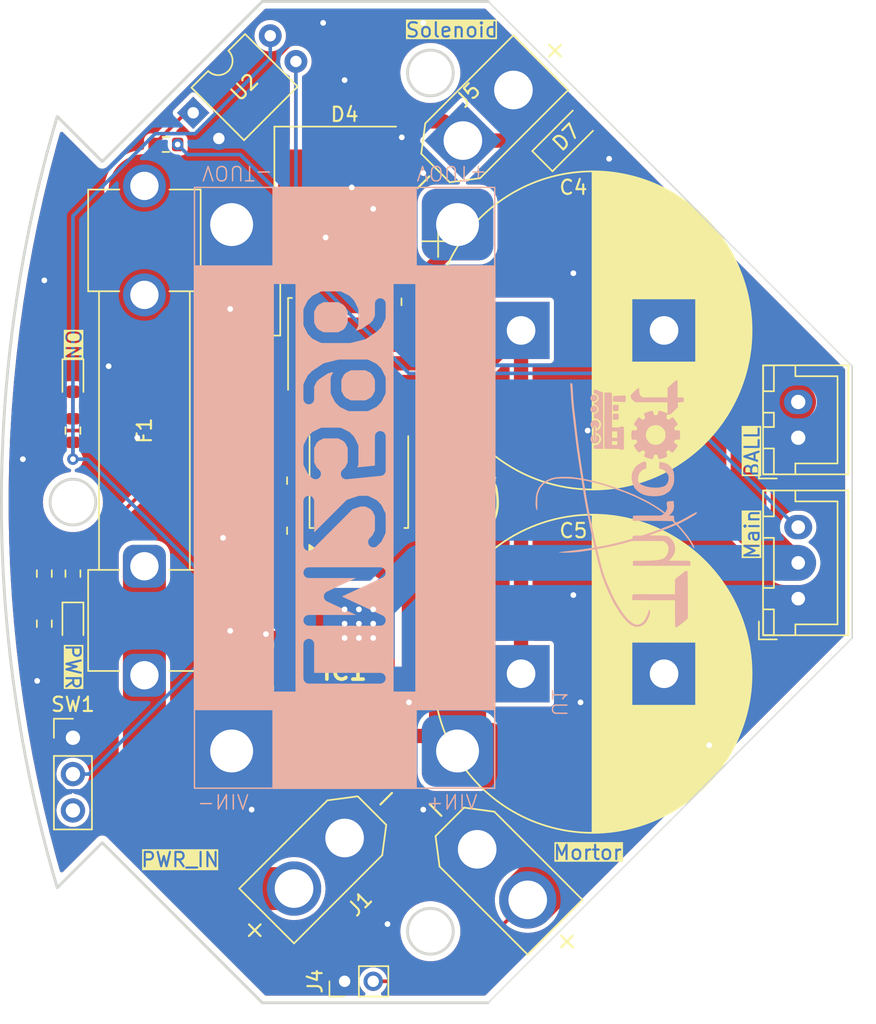
<source format=kicad_pcb>
(kicad_pcb (version 20240108) (generator "pcbnew") (generator_version "8.0")
  (layers (0 "F.Cu" signal) (31 "B.Cu" signal) (34 "B.Paste" user) (35 "F.Paste" user) (36 "B.SilkS" user "B.Silkscreen") (37 "F.SilkS" user "F.Silkscreen") (38 "B.Mask" user) (39 "F.Mask" user) (44 "Edge.Cuts" user))
  (net 0 "")
  (net 1 "VCC")
  (net 2 "-BATT")
  (net 3 "+5V")
  (net 4 "Net-(Q1-G)")
  (net 5 "S_LD")
  (net 6 "Net-(SW1-B)")
  (net 7 "Net-(D1-A)")
  (net 8 "Net-(R4-Pad2)")
  (net 9 "Shot")
  (net 10 "Net-(U1-OUT+)")
  (net 11 "Net-(D2-K)")
  (net 12 "Net-(D4-A)")
  (net 13 "a")
  (net 14 "Net-(D6-A)")
  (net 15 "Net-(D6-K)")
  (net 16 "Net-(D2-A)")
  (net 17 "+BATT")
  (footprint "Connector_JST:JST_XH_B3B-XH-A_1x03_P2.50mm_Vertical" (layer "F.Cu") (at 177.189971 112.114467 90)
    (property "Reference" "J3" (hide yes))
    (property "Value" "Main")
    (pad "1" thru_hole roundrect (at 0 0 90) (size 1.7 1.95) (drill 0.95) (layers "*.Cu" "*.Mask") (roundrect_rratio 0.147059) (net 2 "-BATT"))
    (pad "2" thru_hole oval (at 2.5 0 90) (size 1.7 1.95) (drill 0.95) (layers "*.Cu" "*.Mask") (net 3 "+5V"))
    (pad "3" thru_hole oval (at 5 0 90) (size 1.7 1.95) (drill 0.95) (layers "*.Cu" "*.Mask") (net 9 "Shot"))
  )
  (footprint "Connector_AMASS:AMASS_XT30U-F_1x02_P5.0mm_Vertical" (layer "F.Cu") (at 154.737585 129.637081 -45)
    (property "Reference" "J2" (hide yes))
    (property "Value" "Motor")
    (fp_text user "-" (at -4 0 135) (layer "F.SilkS") (effects (font (size 1.5 1.5))))
    (fp_text user "+" (at 9 0 135) (layer "F.SilkS") (effects (font (size 1.5 1.5))))
    (pad "1" thru_hole rect (at 0 0 315) (size 3.8 3.8) (drill 2.7) (layers "*.Cu" "*.Mask") (net 2 "-BATT"))
    (pad "2" thru_hole circle (at 5 0 315) (size 4 4) (drill 2.7) (layers "*.Cu" "*.Mask") (net 1 "VCC"))
  )
  (footprint "Logo:JLCPCB" (layer "F.Cu") (at 137.964971 103.364467 90)
    (property "Reference" "G***" (hide yes))
    (property "Value" "LOGO" (hide yes))
  )
  (footprint "Package_TO_SOT_SMD:TO-252-2" (layer "F.Cu") (at 146.464971 103.864467 90)
    (property "Reference" "Q1" (hide yes))
    (property "Value" "Q_PMOS_GSD")
    (pad "1" smd roundrect (at -5.04 -2.28 90) (size 2.2 1.2) (layers "F.Cu" "F.Paste" "F.Mask") (roundrect_rratio 0.208333) (net 4 "Net-(Q1-G)"))
    (pad "2" smd roundrect (at -0.415 -1.525 90) (size 3.05 2.75) (layers "F.Cu" "F.Paste") (roundrect_rratio 0.090909) (net 5 "S_LD"))
    (pad "2" smd roundrect (at -0.415 1.525 90) (size 3.05 2.75) (layers "F.Cu" "F.Paste") (roundrect_rratio 0.090909) (net 5 "S_LD"))
    (pad "2" smd roundrect (at 1.26 0 90) (size 6.4 5.8) (layers "F.Cu" "F.Mask") (roundrect_rratio 0.043103) (net 5 "S_LD"))
    (pad "2" smd roundrect (at 2.935 -1.525 90) (size 3.05 2.75) (layers "F.Cu" "F.Paste") (roundrect_rratio 0.090909) (net 5 "S_LD"))
    (pad "2" smd roundrect (at 2.935 1.525 90) (size 3.05 2.75) (layers "F.Cu" "F.Paste") (roundrect_rratio 0.090909) (net 5 "S_LD"))
    (pad "3" smd roundrect (at -5.04 2.28 90) (size 2.2 1.2) (layers "F.Cu" "F.Paste" "F.Mask") (roundrect_rratio 0.208333) (net 1 "VCC"))
  )
  (footprint "Capacitor_SMD:C_0603_1608Metric" (layer "F.Cu") (at 139.964971 118.364467 90)
    (property "Reference" "C2" (hide yes))
    (property "Value" "10uF")
    (pad "1" smd roundrect (at -0.775 0 90) (size 0.9 0.95) (layers "F.Cu" "F.Paste" "F.Mask") (net 1 "VCC"))
    (pad "2" smd roundrect (at 0.775 0 90) (size 0.9 0.95) (layers "F.Cu" "F.Paste" "F.Mask") (net 2 "-BATT"))
  )
  (footprint "Connector_PinHeader_2.00mm:PinHeader_1x02_P2.00mm_Vertical" (layer "F.Cu") (at 145.464971 138.864467 90)
    (property "Reference" "J4" (at 0 -2.06 -90) (layer "F.SilkS"))
    (property "Value" "monitor")
    (pad "1" thru_hole rect (at 0 0 90) (size 1.35 1.35) (drill 0.8) (layers "*.Cu" "*.Mask") (net 2 "-BATT"))
    (pad "2" thru_hole oval (at 0 2 90) (size 1.35 1.35) (drill 0.8) (layers "*.Cu" "*.Mask") (net 1 "VCC"))
  )
  (footprint "Package_DIP:DIP-4_W7.62mm" (layer "F.Cu") (at 134.876404 78.149912 45)
    (property "Reference" "U2" (at 3.8 1.275 45) (layer "F.SilkS"))
    (property "Value" "TLP785")
    (pad "1" thru_hole rect (at 0 0 45) (size 1.6 1.6) (drill 0.8) (layers "*.Cu" "*.Mask") (net 8 "Net-(R4-Pad2)"))
    (pad "2" thru_hole oval (at 0 2.54 45) (size 1.6 1.6) (drill 0.8) (layers "*.Cu" "*.Mask") (net 2 "-BATT"))
    (pad "3" thru_hole oval (at 7.62 2.54 45) (size 1.6 1.6) (drill 0.8) (layers "*.Cu" "*.Mask") (net 13 "a"))
    (pad "4" thru_hole oval (at 7.62 0 45) (size 1.6 1.6) (drill 0.8) (layers "*.Cu" "*.Mask") (net 3 "+5V"))
  )
  (footprint "Logo:Yukuyuku" (layer "F.Cu") (at 153.464971 105.364467 90)
    (property "Reference" "G***" (hide yes))
    (property "Value" "LOGO" (hide yes))
  )
  (footprint "Connector_PinHeader_2.54mm:PinHeader_1x03_P2.54mm_Vertical" (layer "F.Cu") (at 126.464971 121.839467)
    (property "Reference" "SW1" (at 0 -2.33 0) (layer "F.SilkS"))
    (property "Value" "SW_SPDT")
    (pad "1" thru_hole rect (at 0 0) (size 1.7 1.7) (drill 1) (layers "*.Cu" "*.Mask") (net 2 "-BATT"))
    (pad "2" thru_hole oval (at 0 2.54) (size 1.7 1.7) (drill 1) (layers "*.Cu" "*.Mask") (net 6 "Net-(SW1-B)"))
    (pad "3" thru_hole oval (at 0 5.08) (size 1.7 1.7) (drill 1) (layers "*.Cu" "*.Mask"))
  )
  (footprint "Fuse:Fuseholder_Clip-6.3x32mm_Littelfuse_102_122_Inline_P34.21x7.62mm_D1.98mm_Horizontal" (layer "F.Cu") (at 131.464971 117.469467 90)
    (property "Reference" "F1" (at 17.1 0 -90) (layer "F.SilkS"))
    (property "Value" "15A")
    (pad "1" thru_hole roundrect (at 0 0 90) (size 3 3) (drill 1.98) (layers "*.Cu" "*.Mask") (net 17 "+BATT"))
    (pad "1" thru_hole roundrect (at 7.62 0 90) (size 3 3) (drill 1.98) (layers "*.Cu" "*.Mask") (net 17 "+BATT"))
    (pad "2" thru_hole circle (at 26.59 0 90) (size 3 3) (drill 1.98) (layers "*.Cu" "*.Mask") (net 5 "S_LD"))
    (pad "2" thru_hole circle (at 34.21 0 90) (size 3 3) (drill 1.98) (layers "*.Cu" "*.Mask") (net 5 "S_LD"))
  )
  (footprint "Capacitor_THT:CP_Radial_D22.0mm_P10.00mm_SnapIn" (layer "F.Cu") (at 157.80714 117.364467)
    (property "Reference" "C5" (at 3.657831 -10 0) (layer "F.SilkS"))
    (property "Value" "2200uF")
    (pad "1" thru_hole rect (at 0 0) (size 4 4) (drill 2) (layers "*.Cu" "*.Mask") (net 11 "Net-(D2-K)"))
    (pad "2" thru_hole circle (at 10 0) (size 4 4) (drill 2) (layers "*.Cu" "*.Mask") (net 2 "-BATT"))
  )
  (footprint "Resistor_SMD:R_0603_1608Metric" (layer "F.Cu") (at 124.464971 110.364467 90)
    (property "Reference" "R12" (hide yes))
    (property "Value" "20k")
    (pad "1" smd roundrect (at -0.825 0 90) (size 0.8 0.95) (layers "F.Cu" "F.Paste" "F.Mask") (net 14 "Net-(D6-A)"))
    (pad "2" smd roundrect (at 0.825 0 90) (size 0.8 0.95) (layers "F.Cu" "F.Paste" "F.Mask") (net 2 "-BATT"))
  )
  (footprint "Connector_JST:JST_XH_B2B-XH-A_1x02_P2.50mm_Vertical" (layer "F.Cu") (at 177.189971 100.864467 90)
    (property "Reference" "J6" (hide yes))
    (property "Value" "BALL")
    (pad "1" thru_hole roundrect (at 0 0 90) (size 1.7 2) (drill 1) (layers "*.Cu" "*.Mask") (roundrect_rratio 0.147059) (net 2 "-BATT"))
    (pad "2" thru_hole oval (at 2.5 0 90) (size 1.7 2) (drill 1) (layers "*.Cu" "*.Mask") (net 3 "+5V"))
  )
  (footprint "Capacitor_SMD:C_0603_1608Metric" (layer "F.Cu") (at 139.964971 115.364467 -90)
    (property "Reference" "C3" (hide yes))
    (property "Value" "22uF")
    (pad "1" smd roundrect (at -0.775 0 270) (size 0.9 0.95) (layers "F.Cu" "F.Paste" "F.Mask") (net 3 "+5V"))
    (pad "2" smd roundrect (at 0.775 0 270) (size 0.9 0.95) (layers "F.Cu" "F.Paste" "F.Mask") (net 2 "-BATT"))
  )
  (footprint "Resistor_SMD:R_0603_1608Metric" (layer "F.Cu") (at 141.964971 103.864467 90)
    (property "Reference" "R1" (hide yes))
    (property "Value" "10k")
    (pad "1" smd roundrect (at -0.825 0 90) (size 0.8 0.95) (layers "F.Cu" "F.Paste" "F.Mask") (net 4 "Net-(Q1-G)"))
    (pad "2" smd roundrect (at 0.825 0 90) (size 0.8 0.95) (layers "F.Cu" "F.Paste" "F.Mask") (net 5 "S_LD"))
  )
  (footprint "Resistor_SMD:R_0603_1608Metric" (layer "F.Cu") (at 132.964971 80.364467 180)
    (property "Reference" "R4" (hide yes))
    (property "Value" "180")
    (pad "1" smd roundrect (at -0.825 0 180) (size 0.8 0.95) (layers "F.Cu" "F.Paste" "F.Mask") (net 9 "Shot"))
    (pad "2" smd roundrect (at 0.825 0 180) (size 0.8 0.95) (layers "F.Cu" "F.Paste" "F.Mask") (net 8 "Net-(R4-Pad2)"))
  )
  (footprint "Connector_AMASS:AMASS_XT30U-M_1x02_P5.0mm_Vertical" (layer "F.Cu") (at 145.464971 128.846611 -135)
    (property "Reference" "J1" (at 2.5 -4 -135) (layer "F.SilkS"))
    (property "Value" "PWR_IN")
    (fp_text user "+" (at 9 0 -135) (layer "F.SilkS") (effects (font (size 1.5 1.5))))
    (fp_text user "-" (at -4 0 -135) (layer "F.SilkS") (effects (font (size 1.5 1.5))))
    (pad "1" thru_hole rect (at 0 0 225) (size 3.8 3.8) (drill 2.7) (layers "*.Cu" "*.Mask") (net 2 "-BATT"))
    (pad "2" thru_hole circle (at 5 0 225) (size 3.8 3.8) (drill 2.7) (layers "*.Cu" "*.Mask") (net 17 "+BATT"))
  )
  (footprint "Diode_SMD:D_SMC" (layer "F.Cu") (at 145.464971 82.364467)
    (property "Reference" "D4" (at 0 -4.1 0) (layer "F.SilkS"))
    (property "Value" "D_Shockley")
    (pad "1" smd roundrect (at -3.4 0 90) (size 3.3 2.5) (layers "F.Cu" "F.Paste" "F.Mask") (roundrect_rratio 0.1) (net 13 "a"))
    (pad "2" smd roundrect (at 3.4 0 90) (size 3.3 2.5) (layers "F.Cu" "F.Paste" "F.Mask") (roundrect_rratio 0.1) (net 12 "Net-(D4-A)"))
  )
  (footprint "Diode_SMD:D_SOD-123" (layer "F.Cu") (at 160.964971 79.864467 45)
    (property "Reference" "D7" (at 0 0 45) (layer "F.SilkS"))
    (property "Value" "D")
    (pad "1" smd roundrect (at -1.65 0 45) (size 0.9 1.2) (layers "F.Cu" "F.Paste" "F.Mask") (net 16 "Net-(D2-A)"))
    (pad "2" smd roundrect (at 1.65 0 45) (size 0.9 1.2) (layers "F.Cu" "F.Paste" "F.Mask") (net 2 "-BATT"))
  )
  (footprint "Resistor_SMD:R_0603_1608Metric" (layer "F.Cu") (at 144.964971 86.864467)
    (property "Reference" "R8" (hide yes))
    (property "Value" "20k")
    (pad "1" smd roundrect (at -0.825 0) (size 0.8 0.95) (layers "F.Cu" "F.Paste" "F.Mask") (net 13 "a"))
    (pad "2" smd roundrect (at 0.825 0) (size 0.8 0.95) (layers "F.Cu" "F.Paste" "F.Mask") (net 12 "Net-(D4-A)"))
  )
  (footprint "Capacitor_THT:CP_Radial_D22.0mm_P10.00mm_SnapIn" (layer "F.Cu") (at 157.80714 93.364466)
    (property "Reference" "C4" (at 3.657831 -9.999999 0) (layer "F.SilkS"))
    (property "Value" "2200uF")
    (pad "1" thru_hole rect (at 0 0) (size 4 4) (drill 2) (layers "*.Cu" "*.Mask") (net 11 "Net-(D2-K)"))
    (pad "2" thru_hole circle (at 10 0) (size 4 4) (drill 2) (layers "*.Cu" "*.Mask") (net 2 "-BATT"))
  )
  (footprint "Package_TO_SOT_SMD:TO-252-2" (layer "F.Cu") (at 144.962471 94.404467 -90)
    (property "Reference" "Q2" (hide yes))
    (property "Value" "Q_PMOS_GSD")
    (pad "1" smd roundrect (at -5.04 -2.28 270) (size 2.2 1.2) (layers "F.Cu" "F.Paste" "F.Mask") (roundrect_rratio 0.208333) (net 12 "Net-(D4-A)"))
    (pad "2" smd roundrect (at -0.415 -1.525 270) (size 3.05 2.75) (layers "F.Cu" "F.Paste") (roundrect_rratio 0.090909) (net 11 "Net-(D2-K)"))
    (pad "2" smd roundrect (at -0.415 1.525 270) (size 3.05 2.75) (layers "F.Cu" "F.Paste") (roundrect_rratio 0.090909) (net 11 "Net-(D2-K)"))
    (pad "2" smd roundrect (at 1.26 0 270) (size 6.4 5.8) (layers "F.Cu" "F.Mask") (roundrect_rratio 0.043103) (net 11 "Net-(D2-K)"))
    (pad "2" smd roundrect (at 2.935 -1.525 270) (size 3.05 2.75) (layers "F.Cu" "F.Paste") (roundrect_rratio 0.090909) (net 11 "Net-(D2-K)"))
    (pad "2" smd roundrect (at 2.935 1.525 270) (size 3.05 2.75) (layers "F.Cu" "F.Paste") (roundrect_rratio 0.090909) (net 11 "Net-(D2-K)"))
    (pad "3" smd roundrect (at -5.04 2.28 270) (size 2.2 1.2) (layers "F.Cu" "F.Paste" "F.Mask") (roundrect_rratio 0.208333) (net 16 "Net-(D2-A)"))
  )
  (footprint "LED_SMD:LED_0603_1608Metric" (layer "F.Cu") (at 126.464971 113.864467 -90)
    (property "Reference" "D6" (hide yes))
    (property "Value" "LED")
    (pad "1" smd roundrect (at -0.7875 0 270) (size 0.875 0.95) (layers "F.Cu" "F.Paste" "F.Mask") (net 15 "Net-(D6-K)"))
    (pad "2" smd roundrect (at 0.7875 0 270) (size 0.875 0.95) (layers "F.Cu" "F.Paste" "F.Mask") (net 14 "Net-(D6-A)"))
  )
  (footprint "Resistor_SMD:R_0603_1608Metric" (layer "F.Cu") (at 149.464971 87.364467 90)
    (property "Reference" "R7" (hide yes))
    (property "Value" "10k")
    (pad "1" smd roundrect (at -0.825 0 90) (size 0.8 0.95) (layers "F.Cu" "F.Paste" "F.Mask") (net 11 "Net-(D2-K)"))
    (pad "2" smd roundrect (at 0.825 0 90) (size 0.8 0.95) (layers "F.Cu" "F.Paste" "F.Mask") (net 12 "Net-(D4-A)"))
  )
  (footprint "SamacSys_Parts:AZ1084CD50TRG1" (layer "F.Cu") (at 145.464971 117.164467)
    (property "Reference" "IC1" (at 0 0 0) (layer "F.SilkS") (effects (font (size 1.27 1.27) (thickness 0.254))))
    (property "Value" "AZ1084CD-5.0TRG1" (hide yes))
    (pad "1" smd rect (at -2.3 4.55) (size 1.5 2.5) (layers "F.Cu" "F.Paste" "F.Mask") (net 2 "-BATT"))
    (pad "2" smd rect (at 0 -2.3) (size 7 7) (layers "F.Cu" "F.Paste" "F.Mask") (net 3 "+5V"))
    (pad "3" smd rect (at 2.3 4.55) (size 1.5 2.5) (layers "F.Cu" "F.Paste" "F.Mask") (net 1 "VCC"))
  )
  (footprint "Resistor_SMD:R_0603_1608Metric" (layer "F.Cu") (at 126.464971 100.364467 90)
    (property "Reference" "R3" (hide yes))
    (property "Value" "10k")
    (pad "1" smd roundrect (at -0.825 0 90) (size 0.8 0.95) (layers "F.Cu" "F.Paste" "F.Mask") (net 3 "+5V"))
    (pad "2" smd roundrect (at 0.825 0 90) (size 0.8 0.95) (layers "F.Cu" "F.Paste" "F.Mask") (net 7 "Net-(D1-A)"))
  )
  (footprint "Connector_AMASS:AMASS_XT30U-M_1x02_P5.0mm_Vertical" (layer "F.Cu") (at 153.737585 80.091854 45)
    (property "Reference" "J5" (at 2.5 -2.000001 45) (layer "F.SilkS"))
    (property "Value" "Conn_01x02")
    (fp_text user "+" (at 9 0 45) (layer "F.SilkS") (effects (font (size 1.5 1.5))))
    (fp_text user "-" (at -4 0 45) (layer "F.SilkS") (effects (font (size 1.5 1.5))))
    (pad "1" thru_hole rect (at 0 0 45) (size 3.8 3.8) (drill 2.7) (layers "*.Cu" "*.Mask") (net 16 "Net-(D2-A)"))
    (pad "2" thru_hole circle (at 5 0 45) (size 3.8 3.8) (drill 2.7) (layers "*.Cu" "*.Mask") (net 2 "-BATT"))
  )
  (footprint "LED_SMD:LED_0603_1608Metric" (layer "F.Cu") (at 126.464971 96.864467 -90)
    (property "Reference" "D1" (hide yes))
    (property "Value" "LED")
    (pad "1" smd roundrect (at -0.7875 0 270) (size 0.875 0.95) (layers "F.Cu" "F.Paste" "F.Mask") (net 2 "-BATT"))
    (pad "2" smd roundrect (at 0.7875 0 270) (size 0.875 0.95) (layers "F.Cu" "F.Paste" "F.Mask") (net 7 "Net-(D1-A)"))
  )
  (footprint "Resistor_SMD:R_0603_1608Metric" (layer "F.Cu") (at 149.964971 91.364467 -90)
    (property "Reference" "R6" (hide yes))
    (property "Value" "100")
    (pad "1" smd roundrect (at -0.825 0 270) (size 0.8 0.95) (layers "F.Cu" "F.Paste" "F.Mask") (net 10 "Net-(U1-OUT+)"))
    (pad "2" smd roundrect (at 0.825 0 270) (size 0.8 0.95) (layers "F.Cu" "F.Paste" "F.Mask") (net 11 "Net-(D2-K)"))
  )
  (footprint "Diode_SMD:D_SOD-123" (layer "F.Cu") (at 139.964971 91.364467 90)
    (property "Reference" "D2" (at 0 0 -90) (layer "F.SilkS"))
    (property "Value" "D")
    (pad "1" smd roundrect (at -1.65 0 90) (size 0.9 1.2) (layers "F.Cu" "F.Paste" "F.Mask") (net 11 "Net-(D2-K)"))
    (pad "2" smd roundrect (at 1.65 0 90) (size 0.9 1.2) (layers "F.Cu" "F.Paste" "F.Mask") (net 16 "Net-(D2-A)"))
  )
  (footprint "Resistor_SMD:R_0603_1608Metric" (layer "F.Cu") (at 124.464971 113.864467 -90)
    (property "Reference" "R13" (hide yes))
    (property "Value" "10k")
    (pad "1" smd roundrect (at -0.825 0 270) (size 0.8 0.95) (layers "F.Cu" "F.Paste" "F.Mask") (net 15 "Net-(D6-K)"))
    (pad "2" smd roundrect (at 0.825 0 270) (size 0.8 0.95) (layers "F.Cu" "F.Paste" "F.Mask") (net 2 "-BATT"))
  )
  (footprint "Resistor_SMD:R_0603_1608Metric" (layer "F.Cu") (at 141.964971 107.364467 -90)
    (property "Reference" "R2" (hide yes))
    (property "Value" "100")
    (pad "1" smd roundrect (at -0.825 0 270) (size 0.8 0.95) (layers "F.Cu" "F.Paste" "F.Mask") (net 4 "Net-(Q1-G)"))
    (pad "2" smd roundrect (at 0.825 0 270) (size 0.8 0.95) (layers "F.Cu" "F.Paste" "F.Mask") (net 6 "Net-(SW1-B)"))
  )
  (footprint "Resistor_SMD:R_0603_1608Metric" (layer "F.Cu") (at 126.464971 110.364467 -90)
    (property "Reference" "R11" (hide yes))
    (property "Value" "10k")
    (pad "1" smd roundrect (at -0.825 0 270) (size 0.8 0.95) (layers "F.Cu" "F.Paste" "F.Mask") (net 5 "S_LD"))
    (pad "2" smd roundrect (at 0.825 0 270) (size 0.8 0.95) (layers "F.Cu" "F.Paste" "F.Mask") (net 14 "Net-(D6-A)"))
  )
  (footprint "DC-DC_Converter:LM2596" (layer "B.Cu") (at 145.464971 104.364467 90)
    (property "Reference" "U1" (at -15 15 -90) (layer "B.SilkS") (effects (font (thickness 0.1)) (justify mirror)))
    (property "Value" "~")
    (fp_text user "VOUT-" (at 22 -7.5 180) (layer "B.SilkS") (effects (font (thickness 0.1)) (justify mirror)))
    (fp_text user "VIN-" (at -22 -8.5 0) (layer "B.SilkS") (effects (font (thickness 0.1)) (justify mirror)))
    (fp_text user "LM2596" (at -0.1 -0.23 -90) (layer "B.SilkS" knockout) (effects (font (size 5 5) (thickness 0.75) (bold yes)) (justify mirror)))
    (fp_text user "VIN+" (at -22 7.5 0) (layer "B.SilkS") (effects (font (thickness 0.1)) (justify mirror)))
    (fp_text user "VOUT+" (at 22 7.5 180) (layer "B.SilkS") (effects (font (thickness 0.1)) (justify mirror)))
    (pad "1" thru_hole roundrect (at -18.4 7.9 90) (size 5 5) (drill 3) (layers "*.Cu" "*.Mask") (roundrect_rratio 0.2) (net 1 "VCC"))
    (pad "2" thru_hole roundrect (at -18.4 -7.9 90) (size 5 5) (drill 3) (layers "*.Cu" "*.Mask") (roundrect_rratio 0.2) (net 2 "-BATT"))
    (pad "3" thru_hole roundrect (at 18.4 -7.9 90) (size 5 5) (drill 3) (layers "*.Cu" "*.Mask") (roundrect_rratio 0.2) (net 2 "-BATT"))
    (pad "4" thru_hole roundrect (at 18.4 7.9 90) (size 5 5) (drill 3) (layers "*.Cu" "*.Mask") (roundrect_rratio 0.2) (net 10 "Net-(U1-OUT+)"))
  )
  (footprint "Logo:Thrcot" (layer "B.Cu") (at 167.69139 105.364467 90)
    (property "Reference" "G***" (hide yes))
    (property "Value" "LOGO" (hide yes))
  )
  (gr_circle (center 126.464971 105.364467) (end 128.064971 105.364467) (stroke (width 0.2)) (fill none) (layer "Edge.Cuts"))
  (gr_line (start 128.515224 81.556854) (end 125.368938 78.410569) (stroke (width 0.2)) (layer "Edge.Cuts"))
  (gr_line (start 155.506603 140.364467) (end 169.368938 126.502132) (stroke (width 0.1)) (layer "Edge.Cuts"))
  (gr_line (start 139.707611 140.364467) (end 155.506603 140.364467) (stroke (width 0.2)) (layer "Edge.Cuts"))
  (gr_line (start 139.707611 70.364467) (end 135.586291 74.485787) (stroke (width 0.2)) (layer "Edge.Cuts"))
  (gr_line (start 125.368938 132.318365) (end 128.515224 129.17208) (stroke (width 0.2)) (layer "Edge.Cuts"))
  (gr_line (start 128.515224 129.17208) (end 135.586291 136.243147) (stroke (width 0.2)) (layer "Edge.Cuts"))
  (gr_circle (center 151.464971 135.364467) (end 153.064971 135.364467) (stroke (width 0.2)) (fill none) (layer "Edge.Cuts"))
  (gr_line (start 169.368938 84.226802) (end 172.464971 87.364467) (stroke (width 0.1)) (layer "Edge.Cuts"))
  (gr_line (start 135.586291 74.485787) (end 128.515224 81.556854) (stroke (width 0.2)) (layer "Edge.Cuts"))
  (gr_line (start 155.506603 70.364467) (end 169.368938 84.226802) (stroke (width 0.1)) (layer "Edge.Cuts"))
  (gr_circle (center 151.464971 75.364467) (end 153.064971 75.364467) (stroke (width 0.2)) (fill none) (layer "Edge.Cuts"))
  (gr_line (start 176.464971 91.364467) (end 180.964971 95.864467) (stroke (width 0.1)) (layer "Edge.Cuts"))
  (gr_line (start 155.506603 70.364467) (end 139.707611 70.364467) (stroke (width 0.2)) (layer "Edge.Cuts"))
  (gr_line (start 180.964971 95.864467) (end 180.964971 114.864467) (stroke (width 0.1)) (layer "Edge.Cuts"))
  (gr_line (start 135.586291 136.243147) (end 139.707611 140.364467) (stroke (width 0.2)) (layer "Edge.Cuts"))
  (gr_line (start 176.464971 119.364467) (end 180.964971 114.864467) (stroke (width 0.1)) (layer "Edge.Cuts"))
  (gr_line (start 169.368938 126.502132) (end 172.464971 123.364467) (stroke (width 0.1)) (layer "Edge.Cuts"))
  (gr_line (start 172.464971 123.364467) (end 176.464971 119.364467) (stroke (width 0.1)) (layer "Edge.Cuts"))
  (gr_arc (start 125.368938 132.318365) (mid 121.464972 105.364467) (end 125.368938 78.410569) (stroke (width 0.2)) (layer "Edge.Cuts"))
  (gr_line (start 172.464971 87.364467) (end 176.464971 91.364467) (stroke (width 0.1)) (layer "Edge.Cuts"))
  (gr_text "Main" (at 173.964971 107.614467 90) (layer "F.SilkS" knockout) (effects (font (size 1 1))))
  (gr_text "ON" (at 126.464971 94.364467 270) (layer "F.SilkS" knockout) (effects (font (size 1 1))))
  (gr_text "Mortor" (at 162.464971 129.864467 0) (layer "F.SilkS" knockout) (effects (font (size 1 1))))
  (gr_text "BALL" (at 173.964971 101.864467 90) (layer "F.SilkS" knockout) (effects (font (size 1 1))))
  (gr_text "PWR" (at 126.464971 116.864467 -90) (layer "F.SilkS" knockout) (effects (font (size 1 1))))
  (gr_text "Solenoid" (at 152.964971 72.364467 0) (layer "F.SilkS" knockout) (effects (font (size 1 1))))
  (gr_text "PWR_IN" (at 133.964971 130.364467 0) (layer "F.SilkS" knockout) (effects (font (size 1 1))))
  (segment (start 155.364971 122.764467) (end 153.364971 122.764467) (width 4) (layer "F.Cu") (net 1))
  (segment (start 153.364971 111.364467) (end 153.364971 122.764467) (width 4) (layer "F.Cu") (net 1))
  (segment (start 145.189971 119.139467) (end 147.764971 121.714467) (width 0.25) (layer "F.Cu") (net 1))
  (segment (start 148.744971 108.904467) (end 150.904971 108.904467) (width 4) (layer "F.Cu") (net 1))
  (segment (start 150.904971 108.904467) (end 153.364971 111.364467) (width 4) (layer "F.Cu") (net 1))
  (segment (start 160.273119 131.172615) (end 160.273119 127.672615) (width 4) (layer "F.Cu") (net 1))
  (segment (start 147.764971 121.714467) (end 152.314971 121.714467) (width 1) (layer "F.Cu") (net 1))
  (segment (start 152.314971 121.714467) (end 153.364971 122.764467) (width 1) (layer "F.Cu") (net 1))
  (segment (start 139.964971 119.139467) (end 145.189971 119.139467) (width 0.25) (layer "F.Cu") (net 1))
  (segment (start 147.464971 138.864467) (end 152.581267 138.864467) (width 0.25) (layer "F.Cu") (net 1))
  (segment (start 158.273119 133.172615) (end 160.273119 131.172615) (width 4) (layer "F.Cu") (net 1))
  (segment (start 152.581267 138.864467) (end 158.273119 133.172615) (width 0.25) (layer "F.Cu") (net 1))
  (segment (start 160.273119 127.672615) (end 155.364971 122.764467) (width 4) (layer "F.Cu") (net 1))
  (segment (start 126.464971 121.839467) (end 126.464971 116.689467) (width 0.25) (layer "F.Cu") (net 2))
  (segment (start 123.664971 110.339467) (end 124.464971 109.539467) (width 0.25) (layer "F.Cu") (net 2))
  (segment (start 123.664971 113.889467) (end 123.664971 110.339467) (width 0.25) (layer "F.Cu") (net 2))
  (segment (start 137.564971 80.838479) (end 136.672455 79.945963) (width 0.25) (layer "F.Cu") (net 2))
  (segment (start 126.464971 116.689467) (end 124.464971 114.689467) (width 0.25) (layer "F.Cu") (net 2))
  (segment (start 153.853732 73.136933) (end 141.890495 73.136933) (width 0.25) (layer "F.Cu") (net 2))
  (segment (start 137.564971 122.764467) (end 137.564971 119.989467) (width 0.25) (layer "F.Cu") (net 2))
  (segment (start 124.237437 109.311933) (end 124.237437 98.304501) (width 0.25) (layer "F.Cu") (net 2))
  (segment (start 179.714971 109.589467) (end 179.714971 103.389467) (width 0.25) (layer "F.Cu") (net 2))
  (segment (start 167.80714 117.364467) (end 171.939971 117.364467) (width 0.25) (layer "F.Cu") (net 2))
  (segment (start 157.273119 76.55632) (end 153.853732 73.136933) (width 0.25) (layer "F.Cu") (net 2))
  (segment (start 179.714971 103.389467) (end 177.189971 100.864467) (width 0.25) (layer "F.Cu") (net 2))
  (segment (start 145.464971 128.846611) (end 145.464971 124.014467) (width 0.25) (layer "F.Cu") (net 2))
  (segment (start 159.41454 78.697741) (end 157.273119 76.55632) (width 1) (layer "F.Cu") (net 2))
  (segment (start 126.464971 96.076967) (end 128.752471 96.076967) (width 0.25) (layer "F.Cu") (net 2))
  (segment (start 137.564971 122.764467) (end 139.382827 122.764467) (width 0.25) (layer "F.Cu") (net 2))
  (segment (start 141.890495 73.136933) (end 136.672455 78.354973) (width 0.25) (layer "F.Cu") (net 2))
  (segment (start 136.672455 78.354973) (end 136.672455 79.945963) (width 0.25) (layer "F.Cu") (net 2))
  (segment (start 145.464971 124.014467) (end 143.164971 121.714467) (width 0.25) (layer "F.Cu") (net 2))
  (segment (start 124.464971 109.539467) (end 124.237437 109.311933) (width 0.25) (layer "F.Cu") (net 2))
  (segment (start 137.564971 85.964467) (end 137.564971 80.838479) (width 0.25) (layer "F.Cu") (net 2))
  (segment (start 177.189971 112.114467) (end 179.714971 109.589467) (width 0.25) (layer "F.Cu") (net 2))
  (segment (start 124.237437 98.304501) (end 126.464971 96.076967) (width 0.25) (layer "F.Cu") (net 2))
  (segment (start 171.939971 117.364467) (end 177.189971 112.114467) (width 0.25) (layer "F.Cu") (net 2))
  (segment (start 139.382827 122.764467) (end 145.464971 128.846611) (width 0.25) (layer "F.Cu") (net 2))
  (segment (start 137.564971 119.989467) (end 139.964971 117.589467) (width 0.25) (layer "F.Cu") (net 2))
  (segment (start 128.752471 96.076967) (end 128.964971 95.864467) (width 0.25) (layer "F.Cu") (net 2))
  (segment (start 124.464971 114.689467) (end 123.664971 113.889467) (width 0.25) (layer "F.Cu") (net 2))
  (segment (start 162.131697 78.697741) (end 159.41454 78.697741) (width 1) (layer "F.Cu") (net 2))
  (segment (start 139.964971 117.589467) (end 139.964971 116.139467) (width 0.25) (layer "F.Cu") (net 2))
  (via (at 150.964971 126.864467) (size 0.8) (drill 0.4) (layers "F.Cu" "B.Cu") (net 2))
  (via (at 138.964971 126.864467) (size 0.8) (drill 0.4) (layers "F.Cu" "B.Cu") (net 2))
  (via (at 136.964971 107.864467) (size 0.8) (drill 0.4) (layers "F.Cu" "B.Cu") (net 2))
  (via (at 161.464971 89.364467) (size 0.8) (drill 0.4) (layers "F.Cu" "B.Cu") (net 2))
  (via (at 161.464971 111.864467) (size 0.8) (drill 0.4) (layers "F.Cu" "B.Cu") (net 2))
  (via (at 147.464971 84.864467) (size 0.8) (drill 0.4) (layers "F.Cu" "B.Cu") (net 2))
  (via (at 149.964971 119.364467) (size 0.8) (drill 0.4) (layers "F.Cu" "B.Cu") (net 2))
  (via (at 143.964971 71.864467) (size 0.8) (drill 0.4) (layers "F.Cu" "B.Cu") (net 2))
  (via (at 161.964971 119.364467) (size 0.8) (drill 0.4) (layers "F.Cu" "B.Cu") (net 2))
  (via (at 145.464971 75.864467) (size 0.8) (drill 0.4) (layers "F.Cu" "B.Cu") (net 2))
  (via (at 150.964971 82.364467) (size 0.8) (drill 0.4) (layers "F.Cu" "B.Cu") (net 2))
  (via (at 145.964971 83.364467) (size 0.8) (drill 0.4) (layers "F.Cu" "B.Cu") (net 2))
  (via (at 162.464971 100.364467) (size 0.8) (drill 0.4) (layers "F.Cu" "B.Cu") (net 2))
  (via (at 150.964971 71.864467) (size 0.8) (drill 0.4) (layers "F.Cu" "B.Cu") (net 2))
  (via (at 149.464971 79.864467) (size 0.8) (drill 0.4) (layers "F.Cu" "B.Cu") (net 2))
  (via (at 163.964971 81.364467) (size 0.8) (drill 0.4) (layers "F.Cu" "B.Cu") (net 2))
  (via (at 130.964971 100.864467) (size 0.8) (drill 0.4) (layers "F.Cu" "B.Cu") (net 2))
  (via (at 124.464971 89.864467) (size 0.8) (drill 0.4) (layers "F.Cu" "B.Cu") (net 2))
  (via (at 170.964971 122.364467) (size 0.8) (drill 0.4) (layers "F.Cu" "B.Cu") (net 2))
  (via (at 122.964971 102.364467) (size 0.8) (drill 0.4) (layers "F.Cu" "B.Cu") (net 2))
  (via (at 123.964971 117.864467) (size 0.8) (drill 0.4) (layers "F.Cu" "B.Cu") (net 2))
  (via (at 128.964971 95.864467) (size 0.8) (drill 0.4) (layers "F.Cu" "B.Cu") (net 2))
  (via (at 137.464971 91.864467) (size 0.8) (drill 0.4) (layers "F.Cu" "B.Cu") (net 2))
  (via (at 148.464971 134.864467) (size 0.8) (drill 0.4) (layers "F.Cu" "B.Cu") (net 2))
  (segment (start 134.774971 125.554467) (end 125.97827 125.554467) (width 0.25) (layer "B.Cu") (net 2))
  (segment (start 137.564971 122.764467) (end 134.774971 125.554467) (width 0.25) (layer "B.Cu") (net 2))
  (segment (start 124.964971 124.541168) (end 124.964971 123.339467) (width 0.25) (layer "B.Cu") (net 2))
  (segment (start 145.464971 138.864467) (end 145.464971 128.846611) (width 0.25) (layer "B.Cu") (net 2))
  (segment (start 137.564971 87.360407) (end 137.564971 85.964467) (width 0.25) (layer "B.Cu") (net 2))
  (segment (start 167.80714 93.364466) (end 167.80714 87.090341) (width 0.25) (layer "B.Cu") (net 2))
  (segment (start 167.010199 117.364467) (end 167.80714 117.364467) (width 0.25) (layer "B.Cu") (net 2))
  (segment (start 154.737585 129.637081) (end 167.010199 117.364467) (width 0.25) (layer "B.Cu") (net 2))
  (segment (start 125.97827 125.554467) (end 124.964971 124.541168) (width 0.25) (layer "B.Cu") (net 2))
  (segment (start 153.947115 128.846611) (end 154.737585 129.637081) (width 0.25) (layer "B.Cu") (net 2))
  (segment (start 129.060911 95.864467) (end 137.564971 87.360407) (width 0.25) (layer "B.Cu") (net 2))
  (segment (start 145.464971 128.846611) (end 153.947115 128.846611) (width 0.25) (layer "B.Cu") (net 2))
  (segment (start 128.964971 95.864467) (end 129.060911 95.864467) (width 0.25) (layer "B.Cu") (net 2))
  (segment (start 167.80714 87.090341) (end 157.273119 76.55632) (width 0.25) (layer "B.Cu") (net 2))
  (segment (start 124.964971 123.339467) (end 126.464971 121.839467) (width 0.25) (layer "B.Cu") (net 2))
  (segment (start 145.464971 114.864467) (end 140.239971 114.864467) (width 1) (layer "F.Cu") (net 3))
  (segment (start 177.189971 109.614467) (end 176.31228 109.614467) (width 2.5) (layer "F.Cu") (net 3))
  (segment (start 173.714971 107.017158) (end 173.714971 100.578377) (width 2.5) (layer "F.Cu") (net 3))
  (segment (start 140.239971 114.864467) (end 139.964971 114.589467) (width 1) (layer "F.Cu") (net 3))
  (segment (start 173.714971 100.578377) (end 175.928881 98.364467) (width 2.5) (layer "F.Cu") (net 3))
  (segment (start 145.464971 114.864467) (end 144.964971 114.864467) (width 1) (layer "F.Cu") (net 3))
  (segment (start 144.964971 114.864467) (end 143.964971 115.864467) (width 1) (layer "F.Cu") (net 3))
  (segment (start 126.464971 101.189467) (end 126.464971 102.364467) (width 0.25) (layer "F.Cu") (net 3))
  (segment (start 176.31228 109.614467) (end 173.714971 107.017158) (width 2.5) (layer "F.Cu") (net 3))
  (segment (start 175.928881 98.364467) (end 177.189971 98.364467) (width 2.5) (layer "F.Cu") (net 3))
  (via (at 146.464971 112.864467) (size 0.8) (drill 0.4) (layers "F.Cu" "B.Cu") (net 3))
  (via (at 147.464971 114.864467) (size 0.8) (drill 0.4) (layers "F.Cu" "B.Cu") (net 3))
  (via (at 145.464971 112.864467) (size 0.8) (drill 0.4) (layers "F.Cu" "B.Cu") (net 3))
  (via (at 147.464971 112.864467) (size 0.8) (drill 0.4) (layers "F.Cu" "B.Cu") (net 3))
  (via (at 147.464971 113.864467) (size 0.8) (drill 0.4) (layers "F.Cu" "B.Cu") (net 3))
  (via (at 146.464971 114.864467) (size 0.8) (drill 0.4) (layers "F.Cu" "B.Cu") (net 3))
  (via (at 145.464971 113.864467) (size 0.8) (drill 0.4) (layers "F.Cu" "B.Cu") (net 3))
  (via (at 139.964971 114.589467) (size 0.8) (drill 0.4) (layers "F.Cu" "B.Cu") (net 3))
  (via (at 145.464971 114.864467) (size 0.8) (drill 0.4) (layers "F.Cu" "B.Cu") (net 3))
  (via (at 126.464971 102.364467) (size 0.8) (drill 0.4) (layers "F.Cu" "B.Cu") (net 3))
  (via (at 146.464971 113.864467) (size 0.8) (drill 0.4) (layers "F.Cu" "B.Cu") (net 3))
  (segment (start 146.464971 113.864467) (end 145.464971 112.864467) (width 2.5) (layer "B.Cu") (net 3))
  (segment (start 146.464971 112.864467) (end 146.464971 113.864467) (width 2.5) (layer "B.Cu") (net 3))
  (segment (start 145.464971 112.864467) (end 145.464971 113.864467) (width 2.5) (layer "B.Cu") (net 3))
  (segment (start 135.011025 79.606283) (end 132.223155 79.606283) (width 0.25) (layer "B.Cu") (net 3))
  (segment (start 146.464971 114.864467) (end 147.464971 114.864467) (width 2.5) (layer "B.Cu") (net 3))
  (segment (start 139.689971 114.589467) (end 139.964971 114.589467) (width 0.25) (layer "B.Cu") (net 3))
  (segment (start 147.464971 114.864467) (end 145.464971 114.864467) (width 2.5) (layer "B.Cu") (net 3))
  (segment (start 145.464971 114.864467) (end 146.464971 114.864467) (width 2.5) (layer "B.Cu") (net 3))
  (segment (start 127.464971 102.364467) (end 139.689971 114.589467) (width 0.25) (layer "B.Cu") (net 3))
  (segment (start 140.264558 72.761758) (end 140.264558 74.35275) (width 0.25) (layer "B.Cu") (net 3))
  (segment (start 177.189971 109.614467) (end 150.714971 109.614467) (width 2.5) (layer "B.Cu") (net 3))
  (segment (start 126.464971 102.364467) (end 127.464971 102.364467) (width 0.25) (layer "B.Cu") (net 3))
  (segment (start 147.464971 113.864467) (end 146.464971 113.864467) (width 2.5) (layer "B.Cu") (net 3))
  (segment (start 146.464971 113.864467) (end 147.464971 113.864467) (width 2.5) (layer "B.Cu") (net 3))
  (segment (start 145.464971 113.864467) (end 145.464971 114.864467) (width 2.5) (layer "B.Cu") (net 3))
  (segment (start 146.464971 113.864467) (end 146.464971 113.864467) (width 2.5) (layer "B.Cu") (net 3))
  (segment (start 132.223155 79.606283) (end 126.464971 85.364467) (width 0.25) (layer "B.Cu") (net 3))
  (segment (start 126.464971 85.364467) (end 126.464971 102.364467) (width 0.25) (layer "B.Cu") (net 3))
  (segment (start 150.714971 109.614467) (end 147.464971 112.864467) (width 2.5) (layer "B.Cu") (net 3))
  (segment (start 147.464971 112.864467) (end 146.464971 112.864467) (width 2.5) (layer "B.Cu") (net 3))
  (segment (start 140.264558 74.35275) (end 135.011025 79.606283) (width 0.25) (layer "B.Cu") (net 3))
  (segment (start 141.964971 104.689467) (end 141.964971 106.539467) (width 0.25) (layer "F.Cu") (net 4))
  (segment (start 144.184971 108.904467) (end 141.964971 106.684467) (width 0.25) (layer "F.Cu") (net 4))
  (segment (start 141.964971 106.684467) (end 141.964971 106.539467) (width 0.25) (layer "F.Cu") (net 4))
  (segment (start 131.464971 90.879467) (end 131.464971 83.539467) (width 5) (layer "F.Cu") (net 5))
  (segment (start 126.464971 109.539467) (end 132.964971 103.039467) (width 0.25) (layer "F.Cu") (net 5))
  (segment (start 131.464971 93.000787) (end 140.053651 101.589467) (width 5) (layer "F.Cu") (net 5))
  (segment (start 140.053651 101.589467) (end 145.449971 101.589467) (width 5) (layer "F.Cu") (net 5))
  (segment (start 131.464971 90.879467) (end 131.464971 93.000787) (width 5) (layer "F.Cu") (net 5))
  (segment (start 132.964971 103.039467) (end 141.964971 103.039467) (width 0.25) (layer "F.Cu") (net 5))
  (segment (start 145.449971 101.589467) (end 146.464971 102.604467) (width 5) (layer "F.Cu") (net 5))
  (segment (start 141.964971 108.189467) (end 141.964971 109.864467) (width 0.25) (layer "F.Cu") (net 6))
  (segment (start 141.964971 109.864467) (end 137.464971 114.364467) (width 0.25) (layer "F.Cu") (net 6))
  (via (at 137.464971 114.364467) (size 0.8) (drill 0.4) (layers "F.Cu" "B.Cu") (net 6))
  (segment (start 137.464971 114.489749) (end 127.575253 124.379467) (width 0.25) (layer "B.Cu") (net 6))
  (segment (start 127.575253 124.379467) (end 126.464971 124.379467) (width 0.25) (layer "B.Cu") (net 6))
  (segment (start 137.464971 114.364467) (end 137.464971 114.489749) (width 0.25) (layer "B.Cu") (net 6))
  (segment (start 126.464971 99.539467) (end 126.464971 97.651967) (width 0.25) (layer "F.Cu") (net 7))
  (segment (start 134.876404 78.149912) (end 134.354526 78.149912) (width 0.25) (layer "F.Cu") (net 8))
  (segment (start 134.354526 78.149912) (end 132.139971 80.364467) (width 0.25) (layer "F.Cu") (net 8))
  (via (at 133.789971 80.364467) (size 0.8) (drill 0.4) (layers "F.Cu" "B.Cu") (net 9))
  (segment (start 140.964971 83.864467) (end 138.171467 81.070963) (width 0.25) (layer "B.Cu") (net 9))
  (segment (start 140.964971 87.364467) (end 140.964971 83.864467) (width 0.25) (layer "B.Cu") (net 9))
  (segment (start 134.496467 81.070963) (end 133.789971 80.364467) (width 0.25) (layer "B.Cu") (net 9))
  (segment (start 138.171467 81.070963) (end 134.496467 81.070963) (width 0.25) (layer "B.Cu") (net 9))
  (segment (start 177.064971 107.114467) (end 166.314971 96.364467) (width 0.25) (layer "B.Cu") (net 9))
  (segment (start 166.314971 96.364467) (end 149.964971 96.364467) (width 0.25) (layer "B.Cu") (net 9))
  (segment (start 177.189971 107.114467) (end 177.064971 107.114467) (width 0.25) (layer "B.Cu") (net 9))
  (segment (start 149.964971 96.364467) (end 140.964971 87.364467) (width 0.25) (layer "B.Cu") (net 9))
  (segment (start 153.364971 87.139467) (end 153.364971 85.964467) (width 1) (layer "F.Cu") (net 10))
  (segment (start 149.964971 90.539467) (end 153.364971 87.139467) (width 1) (layer "F.Cu") (net 10))
  (segment (start 157.80714 93.364466) (end 151.13997 93.364466) (width 1) (layer "F.Cu") (net 11))
  (segment (start 144.962471 95.664467) (end 155.507139 95.664467) (width 1) (layer "F.Cu") (net 11))
  (segment (start 157.80714 117.364467) (end 157.80714 93.364466) (width 1) (layer "F.Cu") (net 11))
  (segment (start 142.312471 93.014467) (end 144.962471 95.664467) (width 1) (layer "F.Cu") (net 11))
  (segment (start 149.464971 88.189467) (end 148.764971 88.889467) (width 1) (layer "F.Cu") (net 11))
  (segment (start 148.764971 91.464467) (end 149.489971 92.189467) (width 1) (layer "F.Cu") (net 11))
  (segment (start 155.507139 95.664467) (end 157.80714 93.364466) (width 1) (layer "F.Cu") (net 11))
  (segment (start 149.489971 92.189467) (end 149.964971 92.189467) (width 1) (layer "F.Cu") (net 11))
  (segment (start 151.13997 93.364466) (end 149.964971 92.189467) (width 1) (layer "F.Cu") (net 11))
  (segment (start 139.964971 93.014467) (end 142.312471 93.014467) (width 1) (layer "F.Cu") (net 11))
  (segment (start 148.764971 88.889467) (end 148.764971 91.464467) (width 1) (layer "F.Cu") (net 11))
  (segment (start 148.967471 86.539467) (end 149.464971 86.539467) (width 1) (layer "F.Cu") (net 12))
  (segment (start 147.242471 89.364467) (end 147.242471 88.316967) (width 1) (layer "F.Cu") (net 12))
  (segment (start 147.242471 88.316967) (end 145.789971 86.864467) (width 1) (layer "F.Cu") (net 12))
  (segment (start 149.464971 82.964467) (end 148.864971 82.364467) (width 1) (layer "F.Cu") (net 12))
  (segment (start 147.242471 89.364467) (end 147.242471 88.264467) (width 1) (layer "F.Cu") (net 12))
  (segment (start 149.464971 86.539467) (end 149.464971 82.964467) (width 1) (layer "F.Cu") (net 12))
  (segment (start 147.242471 88.264467) (end 148.967471 86.539467) (width 1) (layer "F.Cu") (net 12))
  (segment (start 142.060609 82.360105) (end 142.064971 82.364467) (width 0.25) (layer "F.Cu") (net 13))
  (segment (start 142.060609 74.55781) (end 142.060609 82.360105) (width 0.25) (layer "F.Cu") (net 13))
  (via (at 144.139971 86.864467) (size 0.8) (drill 0.4) (layers "F.Cu" "B.Cu") (net 13))
  (segment (start 142.060609 74.55781) (end 142.060609 84.785105) (width 0.25) (layer "B.Cu") (net 13))
  (segment (start 142.060609 84.785105) (end 144.139971 86.864467) (width 0.25) (layer "B.Cu") (net 13))
  (segment (start 127.264971 111.989467) (end 126.464971 111.189467) (width 0.25) (layer "F.Cu") (net 14))
  (segment (start 126.464971 111.189467) (end 124.464971 111.189467) (width 0.25) (layer "F.Cu") (net 14))
  (segment (start 127.264971 113.851967) (end 127.264971 111.989467) (width 0.25) (layer "F.Cu") (net 14))
  (segment (start 126.464971 114.651967) (end 127.264971 113.851967) (width 0.25) (layer "F.Cu") (net 14))
  (segment (start 124.502471 113.076967) (end 124.464971 113.039467) (width 0.25) (layer "F.Cu") (net 15))
  (segment (start 126.464971 113.076967) (end 124.502471 113.076967) (width 0.25) (layer "F.Cu") (net 15))
  (segment (start 153.737585 80.091854) (end 158.858906 80.091854) (width 1) (layer "F.Cu") (net 16))
  (segment (start 139.964971 89.714467) (end 142.332471 89.714467) (width 1) (layer "F.Cu") (net 16))
  (segment (start 144.014971 84.814467) (end 142.682471 86.146967) (width 1) (layer "F.Cu") (net 16))
  (segment (start 152.394082 78.748351) (end 148.581087 78.748351) (width 1) (layer "F.Cu") (net 16))
  (segment (start 142.332471 89.714467) (end 142.682471 89.364467) (width 1) (layer "F.Cu") (net 16))
  (segment (start 144.014971 83.314467) (end 144.014971 84.814467) (width 1) (layer "F.Cu") (net 16))
  (segment (start 153.737585 80.091854) (end 152.394082 78.748351) (width 1) (layer "F.Cu") (net 16))
  (segment (start 142.682471 86.146967) (end 142.682471 89.364467) (width 1) (layer "F.Cu") (net 16))
  (segment (start 148.581087 78.748351) (end 144.014971 83.314467) (width 1) (layer "F.Cu") (net 16))
  (segment (start 158.858906 80.091854) (end 159.798245 81.031193) (width 1) (layer "F.Cu") (net 16))
  (segment (start 141.929437 132.382145) (end 139.242432 132.382145) (width 3) (layer "F.Cu") (net 17))
  (segment (start 131.464971 124.604684) (end 131.464971 117.469467) (width 3) (layer "F.Cu") (net 17))
  (segment (start 139.242432 132.382145) (end 131.464971 124.604684) (width 3) (layer "F.Cu") (net 17))
  (segment (start 131.464971 117.469467) (end 131.464971 109.849467) (width 3) (layer "F.Cu") (net 17))
  (zone (net 2) (net_name "-BATT") (layers "F&B.Cu") (priority 1) (connect_pads yes (clearance 0.3)) (min_thickness 0.25) (fill yes (thermal_gap 0.5) (thermal_bridge_width 0.5))
    (polygon (pts (xy 180.964971 140.364467) (xy 121.464971 140.364467) (xy 121.464971 70.364467) (xy 180.964971 70.364467)))
    (polygon (pts (xy 143.464971 110.864467) (xy 143.464971 116.864467) (xy 149.464971 116.864467) (xy 149.464971 110.864467)))
  )
  (zone (net 3) (net_name "+5V") (layer "B.Cu") (connect_pads yes (clearance 0.5)) (min_thickness 0.25) (fill yes (thermal_gap 0.5) (thermal_bridge_width 0.5))
    (polygon (pts (xy 143.964971 111.364467) (xy 148.964971 111.364467) (xy 148.964971 116.364467) (xy 143.964971 116.364467)))
  )
)
</source>
